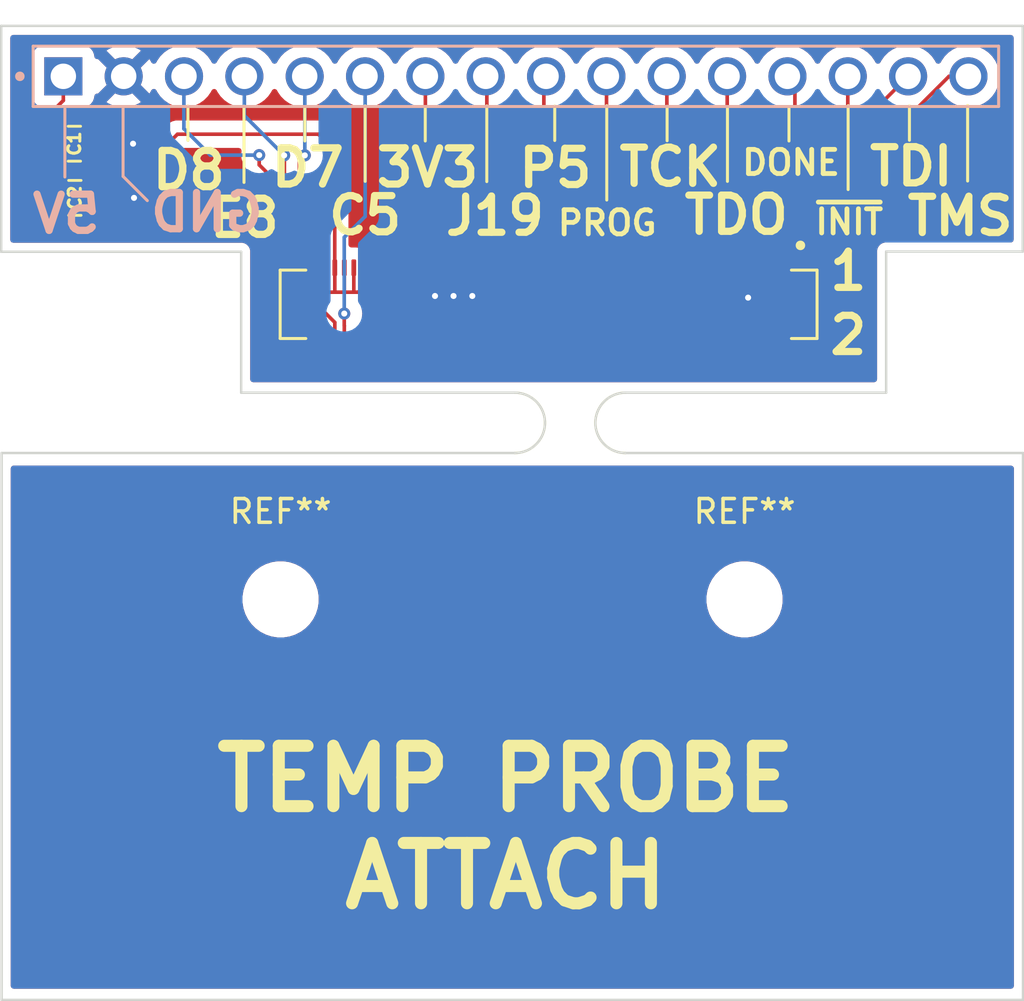
<source format=kicad_pcb>
(kicad_pcb (version 20240108) (generator "pcbnew") (generator_version "8.0")
  (layers (0 "F.Cu" signal) (31 "B.Cu" signal) (34 "B.Paste" user) (35 "F.Paste" user) (36 "B.SilkS" user "B.Silkscreen") (37 "F.SilkS" user "F.Silkscreen") (38 "B.Mask" user) (39 "F.Mask" user) (44 "Edge.Cuts" user))
  (net 0 "")
  (net 46 "GND")
  (net 47 "/5V")
  (net 48 "/JTAG_TDO")
  (net 49 "/IO_B17")
  (net 50 "/IO_C16")
  (net 51 "/ECP5_PRGMN_BTN")
  (net 52 "/IO_B13")
  (net 53 "/IO_B15")
  (net 54 "/IO_B18")
  (net 55 "/JTAG_TCK")
  (net 56 "/IO_C17")
  (net 57 "/IO_B16")
  (net 58 "/IO_C12")
  (net 61 "/ECP5_INITN")
  (net 64 "/JTAG_TMS")
  (net 69 "/ECP5_DONE")
  (net 74 "/JTAG_TDI")
  (net 75 "/IO_C5")
  (net 76 "/IO_P5")
  (net 77 "/IO_D8")
  (net 78 "/IO_E8")
  (net 79 "/IO_J19")
  (net 80 "/IO_D7")
  (net 81 "/IO_C14")
  (net 82 "/IO_C15")
  (net 83 "/IO_C13")
  (net 84 "/3V3")
  (footprint "MountingHole:MountingHole_2.7mm_M2.5" (layer "F.Cu") (at 136.75 109.62)
    (property "Reference" "REF**" (at 0 -3.7 0) (layer "F.SilkS"))
    (property "Value" "MountingHole_2.7mm_M2.5")
    (pad "" np_thru_hole circle (at 0 0) (size 2.7 2.7) (drill 2.7) (layers "*.Cu" "*.Mask"))
  )
  (footprint "Mousebites.pretty:mouse-bite-2.54mm-slot" (layer "F.Cu") (at 148.94 102.19)
    (property "Reference" "mouse-bite-2.54mm-slot" (hide yes))
    (property "Value" "VAL**" (hide yes))
    (fp_arc (start -2.33 -1.27) (mid -1.06 0) (end -2.33 1.27) (stroke (width 0.1)) (layer "F.SilkS"))
    (fp_arc (start 2.33 1.27) (mid 1.06 0) (end 2.33 -1.27) (stroke (width 0.1)) (layer "F.SilkS"))
    (pad "" np_thru_hole circle (at -0.8 -1.1) (size 0.5 0.5) (drill 0.5) (layers "*.Cu" "*.Mask"))
    (pad "" np_thru_hole circle (at -0.8 1.1) (size 0.5 0.5) (drill 0.5) (layers "*.Cu" "*.Mask"))
    (pad "" np_thru_hole circle (at 0 -1.1) (size 0.5 0.5) (drill 0.5) (layers "*.Cu" "*.Mask"))
    (pad "" np_thru_hole circle (at 0 1.1) (size 0.5 0.5) (drill 0.5) (layers "*.Cu" "*.Mask"))
    (pad "" np_thru_hole circle (at 0.8 -1.1) (size 0.5 0.5) (drill 0.5) (layers "*.Cu" "*.Mask"))
    (pad "" np_thru_hole circle (at 0.8 1.1) (size 0.5 0.5) (drill 0.5) (layers "*.Cu" "*.Mask"))
  )
  (footprint "Capacitor_SMD:C_0805_2012Metric_Pad1.18x1.45mm_HandSolder" (layer "F.Cu") (at 128.07 90.44)
    (property "Reference" "C1" (at 0 0 90) (layer "F.SilkS") (effects (font (size 0.508 0.508) (thickness 0.127) (bold yes))))
    (property "Value" "47uF")
    (fp_line (start -0.261252 -0.735) (end 0.261252 -0.735) (stroke (width 0.12)) (layer "F.SilkS"))
    (fp_line (start -0.261252 0.735) (end 0.261252 0.735) (stroke (width 0.12)) (layer "F.SilkS"))
    (pad "1" smd roundrect (at -1.0375 0) (size 1.175 1.45) (layers "F.Cu" "F.Paste" "F.Mask") (roundrect_rratio 0.212766) (net 47 "/5V"))
    (pad "2" smd roundrect (at 1.0375 0) (size 1.175 1.45) (layers "F.Cu" "F.Paste" "F.Mask") (roundrect_rratio 0.212766) (net 46 "GND"))
  )
  (footprint "DF40C_100DS_0_4V_51_:HIROSE_DF40C-100DS-0.4V_51_" (layer "F.Cu") (at 148.0325 97.2)
    (property "Reference" "J2" (hide yes))
    (property "Value" "DF40C-100DS-0.4V_51_")
    (fp_line (start -11.3 -1.44) (end -11.3 1.44) (stroke (width 0.127)) (layer "F.SilkS"))
    (fp_line (start -11.3 1.44) (end -10.22 1.44) (stroke (width 0.127)) (layer "F.SilkS"))
    (fp_line (start -10.22 -1.44) (end -11.3 -1.44) (stroke (width 0.127)) (layer "F.SilkS"))
    (fp_line (start 11.3 -1.44) (end 10.22 -1.44) (stroke (width 0.127)) (layer "F.SilkS"))
    (fp_line (start 11.3 -1.44) (end 11.3 1.44) (stroke (width 0.127)) (layer "F.SilkS"))
    (fp_line (start 11.3 1.44) (end 10.22 1.44) (stroke (width 0.127)) (layer "F.SilkS"))
    (fp_circle (center 10.6 -2.48) (end 10.7 -2.48) (stroke (width 0.2)) (fill none) (layer "F.SilkS"))
    (pad "1" smd roundrect (at 9.8 -1.54) (size 0.2 0.7) (layers "F.Cu" "F.Paste" "F.Mask") (net 48 "/JTAG_TDO"))
    (pad "2" smd roundrect (at 9.8 1.54) (size 0.2 0.7) (layers "F.Cu" "F.Paste" "F.Mask") (net 64 "/JTAG_TMS"))
    (pad "3" smd roundrect (at 9.4 -1.54) (size 0.2 0.7) (layers "F.Cu" "F.Paste" "F.Mask") (net 55 "/JTAG_TCK"))
    (pad "4" smd roundrect (at 9.4 1.54) (size 0.2 0.7) (layers "F.Cu" "F.Paste" "F.Mask") (net 74 "/JTAG_TDI"))
    (pad "5" smd roundrect (at 9 -1.54) (size 0.2 0.7) (layers "F.Cu" "F.Paste" "F.Mask") (net 46 "GND"))
    (pad "6" smd roundrect (at 9 1.54) (size 0.2 0.7) (layers "F.Cu" "F.Paste" "F.Mask") (net 61 "/ECP5_INITN"))
    (pad "7" smd roundrect (at 8.6 -1.54) (size 0.2 0.7) (layers "F.Cu" "F.Paste" "F.Mask") (net 51 "/ECP5_PRGMN_BTN"))
    (pad "8" smd roundrect (at 8.6 1.54) (size 0.2 0.7) (layers "F.Cu" "F.Paste" "F.Mask") (net 69 "/ECP5_DONE"))
    (pad "9" smd roundrect (at 8.2 -1.54) (size 0.2 0.7) (layers "F.Cu" "F.Paste" "F.Mask") (net 58 "/IO_C12"))
    (pad "10" smd roundrect (at 8.2 1.54) (size 0.2 0.7) (layers "F.Cu" "F.Paste" "F.Mask"))
    (pad "11" smd roundrect (at 7.8 -1.54) (size 0.2 0.7) (layers "F.Cu" "F.Paste" "F.Mask") (net 83 "/IO_C13"))
    (pad "12" smd roundrect (at 7.8 1.54) (size 0.2 0.7) (layers "F.Cu" "F.Paste" "F.Mask"))
    (pad "13" smd roundrect (at 7.4 -1.54) (size 0.2 0.7) (layers "F.Cu" "F.Paste" "F.Mask") (net 81 "/IO_C14"))
    (pad "14" smd roundrect (at 7.4 1.54) (size 0.2 0.7) (layers "F.Cu" "F.Paste" "F.Mask"))
    (pad "15" smd roundrect (at 7 -1.54) (size 0.2 0.7) (layers "F.Cu" "F.Paste" "F.Mask") (net 82 "/IO_C15"))
    (pad "16" smd roundrect (at 7 1.54) (size 0.2 0.7) (layers "F.Cu" "F.Paste" "F.Mask"))
    (pad "17" smd roundrect (at 6.6 -1.54) (size 0.2 0.7) (layers "F.Cu" "F.Paste" "F.Mask") (net 50 "/IO_C16"))
    (pad "18" smd roundrect (at 6.6 1.54) (size 0.2 0.7) (layers "F.Cu" "F.Paste" "F.Mask"))
    (pad "19" smd roundrect (at 6.2 -1.54) (size 0.2 0.7) (layers "F.Cu" "F.Paste" "F.Mask") (net 56 "/IO_C17"))
    (pad "20" smd roundrect (at 6.2 1.54) (size 0.2 0.7) (layers "F.Cu" "F.Paste" "F.Mask"))
    (pad "21" smd roundrect (at 5.8 -1.54) (size 0.2 0.7) (layers "F.Cu" "F.Paste" "F.Mask") (net 54 "/IO_B18"))
    (pad "22" smd roundrect (at 5.8 1.54) (size 0.2 0.7) (layers "F.Cu" "F.Paste" "F.Mask"))
    (pad "23" smd roundrect (at 5.4 -1.54) (size 0.2 0.7) (layers "F.Cu" "F.Paste" "F.Mask") (net 49 "/IO_B17"))
    (pad "24" smd roundrect (at 5.4 1.54) (size 0.2 0.7) (layers "F.Cu" "F.Paste" "F.Mask"))
    (pad "25" smd roundrect (at 5 -1.54) (size 0.2 0.7) (layers "F.Cu" "F.Paste" "F.Mask") (net 57 "/IO_B16"))
    (pad "26" smd roundrect (at 5 1.54) (size 0.2 0.7) (layers "F.Cu" "F.Paste" "F.Mask"))
    (pad "27" smd roundrect (at 4.6 -1.54) (size 0.2 0.7) (layers "F.Cu" "F.Paste" "F.Mask") (net 53 "/IO_B15"))
    (pad "28" smd roundrect (at 4.6 1.54) (size 0.2 0.7) (layers "F.Cu" "F.Paste" "F.Mask"))
    (pad "29" smd roundrect (at 4.2 -1.54) (size 0.2 0.7) (layers "F.Cu" "F.Paste" "F.Mask") (net 52 "/IO_B13"))
    (pad "30" smd roundrect (at 4.2 1.54) (size 0.2 0.7) (layers "F.Cu" "F.Paste" "F.Mask"))
    (pad "31" smd roundrect (at 3.8 -1.54) (size 0.2 0.7) (layers "F.Cu" "F.Paste" "F.Mask"))
    (pad "32" smd roundrect (at 3.8 1.54) (size 0.2 0.7) (layers "F.Cu" "F.Paste" "F.Mask"))
    (pad "33" smd roundrect (at 3.4 -1.54) (size 0.2 0.7) (layers "F.Cu" "F.Paste" "F.Mask"))
    (pad "34" smd roundrect (at 3.4 1.54) (size 0.2 0.7) (layers "F.Cu" "F.Paste" "F.Mask"))
    (pad "35" smd roundrect (at 3 -1.54) (size 0.2 0.7) (layers "F.Cu" "F.Paste" "F.Mask"))
    (pad "36" smd roundrect (at 3 1.54) (size 0.2 0.7) (layers "F.Cu" "F.Paste" "F.Mask"))
    (pad "37" smd roundrect (at 2.6 -1.54) (size 0.2 0.7) (layers "F.Cu" "F.Paste" "F.Mask"))
    (pad "38" smd roundrect (at 2.6 1.54) (size 0.2 0.7) (layers "F.Cu" "F.Paste" "F.Mask"))
    (pad "39" smd roundrect (at 2.2 -1.54) (size 0.2 0.7) (layers "F.Cu" "F.Paste" "F.Mask"))
    (pad "40" smd roundrect (at 2.2 1.54) (size 0.2 0.7) (layers "F.Cu" "F.Paste" "F.Mask"))
    (pad "41" smd roundrect (at 1.8 -1.54) (size 0.2 0.7) (layers "F.Cu" "F.Paste" "F.Mask"))
    (pad "42" smd roundrect (at 1.8 1.54) (size 0.2 0.7) (layers "F.Cu" "F.Paste" "F.Mask"))
    (pad "43" smd roundrect (at 1.4 -1.54) (size 0.2 0.7) (layers "F.Cu" "F.Paste" "F.Mask"))
    (pad "44" smd roundrect (at 1.4 1.54) (size 0.2 0.7) (layers "F.Cu" "F.Paste" "F.Mask"))
    (pad "45" smd roundrect (at 1 -1.54) (size 0.2 0.7) (layers "F.Cu" "F.Paste" "F.Mask"))
    (pad "46" smd roundrect (at 1 1.54) (size 0.2 0.7) (layers "F.Cu" "F.Paste" "F.Mask"))
    (pad "47" smd roundrect (at 0.6 -1.54) (size 0.2 0.7) (layers "F.Cu" "F.Paste" "F.Mask"))
    (pad "48" smd roundrect (at 0.6 1.54) (size 0.2 0.7) (layers "F.Cu" "F.Paste" "F.Mask"))
    (pad "49" smd roundrect (at 0.2 -1.54) (size 0.2 0.7) (layers "F.Cu" "F.Paste" "F.Mask"))
    (pad "50" smd roundrect (at 0.2 1.54) (size 0.2 0.7) (layers "F.Cu" "F.Paste" "F.Mask"))
    (pad "51" smd roundrect (at -0.2 -1.54) (size 0.2 0.7) (layers "F.Cu" "F.Paste" "F.Mask") (net 76 "/IO_P5"))
    (pad "52" smd roundrect (at -0.2 1.54) (size 0.2 0.7) (layers "F.Cu" "F.Paste" "F.Mask"))
    (pad "53" smd roundrect (at -0.6 -1.54) (size 0.2 0.7) (layers "F.Cu" "F.Paste" "F.Mask"))
    (pad "54" smd roundrect (at -0.6 1.54) (size 0.2 0.7) (layers "F.Cu" "F.Paste" "F.Mask"))
    (pad "55" smd roundrect (at -1 -1.54) (size 0.2 0.7) (layers "F.Cu" "F.Paste" "F.Mask"))
    (pad "56" smd roundrect (at -1 1.54) (size 0.2 0.7) (layers "F.Cu" "F.Paste" "F.Mask"))
    (pad "57" smd roundrect (at -1.4 -1.54) (size 0.2 0.7) (layers "F.Cu" "F.Paste" "F.Mask"))
    (pad "58" smd roundrect (at -1.4 1.54) (size 0.2 0.7) (layers "F.Cu" "F.Paste" "F.Mask"))
    (pad "59" smd roundrect (at -1.8 -1.54) (size 0.2 0.7) (layers "F.Cu" "F.Paste" "F.Mask"))
    (pad "60" smd roundrect (at -1.8 1.54) (size 0.2 0.7) (layers "F.Cu" "F.Paste" "F.Mask"))
    (pad "61" smd roundrect (at -2.2 -1.54) (size 0.2 0.7) (layers "F.Cu" "F.Paste" "F.Mask"))
    (pad "62" smd roundrect (at -2.2 1.54) (size 0.2 0.7) (layers "F.Cu" "F.Paste" "F.Mask"))
    (pad "63" smd roundrect (at -2.6 -1.54) (size 0.2 0.7) (layers "F.Cu" "F.Paste" "F.Mask") (net 79 "/IO_J19"))
    (pad "64" smd roundrect (at -2.6 1.54) (size 0.2 0.7) (layers "F.Cu" "F.Paste" "F.Mask"))
    (pad "65" smd roundrect (at -3 -1.54) (size 0.2 0.7) (layers "F.Cu" "F.Paste" "F.Mask") (net 46 "GND"))
    (pad "66" smd roundrect (at -3 1.54) (size 0.2 0.7) (layers "F.Cu" "F.Paste" "F.Mask"))
    (pad "67" smd roundrect (at -3.4 -1.54) (size 0.2 0.7) (layers "F.Cu" "F.Paste" "F.Mask") (net 46 "GND"))
    (pad "68" smd roundrect (at -3.4 1.54) (size 0.2 0.7) (layers "F.Cu" "F.Paste" "F.Mask"))
    (pad "69" smd roundrect (at -3.8 -1.54) (size 0.2 0.7) (layers "F.Cu" "F.Paste" "F.Mask") (net 46 "GND"))
    (pad "70" smd roundrect (at -3.8 1.54) (size 0.2 0.7) (layers "F.Cu" "F.Paste" "F.Mask"))
    (pad "71" smd roundrect (at -4.2 -1.54) (size 0.2 0.7) (layers "F.Cu" "F.Paste" "F.Mask") (net 46 "GND"))
    (pad "72" smd roundrect (at -4.2 1.54) (size 0.2 0.7) (layers "F.Cu" "F.Paste" "F.Mask"))
    (pad "73" smd roundrect (at -4.6 -1.54) (size 0.2 0.7) (layers "F.Cu" "F.Paste" "F.Mask") (net 46 "GND"))
    (pad "74" smd roundrect (at -4.6 1.54) (size 0.2 0.7) (layers "F.Cu" "F.Paste" "F.Mask"))
    (pad "75" smd roundrect (at -5 -1.54) (size 0.2 0.7) (layers "F.Cu" "F.Paste" "F.Mask") (net 46 "GND"))
    (pad "76" smd roundrect (at -5 1.54) (size 0.2 0.7) (layers "F.Cu" "F.Paste" "F.Mask"))
    (pad "77" smd roundrect (at -5.4 -1.54) (size 0.2 0.7) (layers "F.Cu" "F.Paste" "F.Mask") (net 84 "/3V3"))
    (pad "78" smd roundrect (at -5.4 1.54) (size 0.2 0.7) (layers "F.Cu" "F.Paste" "F.Mask"))
    (pad "79" smd roundrect (at -5.8 -1.54) (size 0.2 0.7) (layers "F.Cu" "F.Paste" "F.Mask") (net 84 "/3V3"))
    (pad "80" smd roundrect (at -5.8 1.54) (size 0.2 0.7) (layers "F.Cu" "F.Paste" "F.Mask"))
    (pad "81" smd roundrect (at -6.2 -1.54) (size 0.2 0.7) (layers "F.Cu" "F.Paste" "F.Mask") (net 84 "/3V3"))
    (pad "82" smd roundrect (at -6.2 1.54) (size 0.2 0.7) (layers "F.Cu" "F.Paste" "F.Mask"))
    (pad "83" smd roundrect (at -6.6 -1.54) (size 0.2 0.7) (layers "F.Cu" "F.Paste" "F.Mask") (net 84 "/3V3"))
    (pad "84" smd roundrect (at -6.6 1.54) (size 0.2 0.7) (layers "F.Cu" "F.Paste" "F.Mask"))
    (pad "85" smd roundrect (at -7 -1.54) (size 0.2 0.7) (layers "F.Cu" "F.Paste" "F.Mask") (net 84 "/3V3"))
    (pad "86" smd roundrect (at -7 1.54) (size 0.2 0.7) (layers "F.Cu" "F.Paste" "F.Mask"))
    (pad "87" smd roundrect (at -7.4 -1.54) (size 0.2 0.7) (layers "F.Cu" "F.Paste" "F.Mask") (net 84 "/3V3"))
    (pad "88" smd roundrect (at -7.4 1.54) (size 0.2 0.7) (layers "F.Cu" "F.Paste" "F.Mask"))
    (pad "89" smd roundrect (at -7.8 -1.54) (size 0.2 0.7) (layers "F.Cu" "F.Paste" "F.Mask") (net 47 "/5V"))
    (pad "90" smd roundrect (at -7.8 1.54) (size 0.2 0.7) (layers "F.Cu" "F.Paste" "F.Mask"))
    (pad "91" smd roundrect (at -8.2 -1.54) (size 0.2 0.7) (layers "F.Cu" "F.Paste" "F.Mask") (net 47 "/5V"))
    (pad "92" smd roundrect (at -8.2 1.54) (size 0.2 0.7) (layers "F.Cu" "F.Paste" "F.Mask"))
    (pad "93" smd roundrect (at -8.6 -1.54) (size 0.2 0.7) (layers "F.Cu" "F.Paste" "F.Mask") (net 47 "/5V"))
    (pad "94" smd roundrect (at -8.6 1.54) (size 0.2 0.7) (layers "F.Cu" "F.Paste" "F.Mask") (net 75 "/IO_C5"))
    (pad "95" smd roundrect (at -9 -1.54) (size 0.2 0.7) (layers "F.Cu" "F.Paste" "F.Mask") (net 47 "/5V"))
    (pad "96" smd roundrect (at -9 1.54) (size 0.2 0.7) (layers "F.Cu" "F.Paste" "F.Mask") (net 80 "/IO_D7"))
    (pad "97" smd roundrect (at -9.4 -1.54) (size 0.2 0.7) (layers "F.Cu" "F.Paste" "F.Mask") (net 47 "/5V"))
    (pad "98" smd roundrect (at -9.4 1.54) (size 0.2 0.7) (layers "F.Cu" "F.Paste" "F.Mask") (net 78 "/IO_E8"))
    (pad "99" smd roundrect (at -9.8 -1.54) (size 0.2 0.7) (layers "F.Cu" "F.Paste" "F.Mask") (net 47 "/5V"))
    (pad "100" smd roundrect (at -9.8 1.54) (size 0.2 0.7) (layers "F.Cu" "F.Paste" "F.Mask") (net 77 "/IO_D8"))
  )
  (footprint "MountingHole:MountingHole_2.7mm_M2.5" (layer "F.Cu") (at 156.28 109.62)
    (property "Reference" "REF**" (at 0 -3.7 0) (layer "F.SilkS"))
    (property "Value" "MountingHole_2.7mm_M2.5")
    (pad "" np_thru_hole circle (at 0 0) (size 2.7 2.7) (drill 2.7) (layers "*.Cu" "*.Mask"))
  )
  (footprint "Capacitor_SMD:C_0805_2012Metric_Pad1.18x1.45mm_HandSolder" (layer "F.Cu") (at 128.09 92.72)
    (property "Reference" "C2" (at 0 0 90) (layer "F.SilkS") (effects (font (size 0.508 0.508) (thickness 0.127) (bold yes))))
    (property "Value" "0.1uF")
    (fp_line (start -0.261252 -0.735) (end 0.261252 -0.735) (stroke (width 0.12)) (layer "F.SilkS"))
    (fp_line (start -0.261252 0.735) (end 0.261252 0.735) (stroke (width 0.12)) (layer "F.SilkS"))
    (pad "1" smd roundrect (at -1.0375 0) (size 1.175 1.45) (layers "F.Cu" "F.Paste" "F.Mask") (roundrect_rratio 0.212766) (net 47 "/5V"))
    (pad "2" smd roundrect (at 1.0375 0) (size 1.175 1.45) (layers "F.Cu" "F.Paste" "F.Mask") (roundrect_rratio 0.212766) (net 46 "GND"))
  )
  (footprint "M20_9991645:HARWIN_M20-9991645" (layer "B.Cu") (at 146.655 87.604)
    (property "Reference" "J1" (hide yes))
    (property "Value" "M20-9991645")
    (fp_line (start -20.32 -1.27) (end 20.32 -1.27) (stroke (width 0.127)) (layer "B.SilkS"))
    (fp_line (start -20.32 1.27) (end -20.32 -1.27) (stroke (width 0.127)) (layer "B.SilkS"))
    (fp_line (start 20.32 -1.27) (end 20.32 1.27) (stroke (width 0.127)) (layer "B.SilkS"))
    (fp_line (start 20.32 1.27) (end -20.32 1.27) (stroke (width 0.127)) (layer "B.SilkS"))
    (fp_circle (center -20.88 0) (end -20.78 0) (stroke (width 0.2)) (fill none) (layer "B.SilkS"))
    (pad "1" thru_hole rect (at -19.05 0) (size 1.605 1.605) (drill 1.07) (layers "*.Cu" "*.Mask") (net 47 "/5V"))
    (pad "2" thru_hole circle (at -16.51 0) (size 1.605 1.605) (drill 1.07) (layers "*.Cu" "*.Mask") (net 46 "GND"))
    (pad "3" thru_hole circle (at -13.97 0) (size 1.605 1.605) (drill 1.07) (layers "*.Cu" "*.Mask") (net 77 "/IO_D8"))
    (pad "4" thru_hole circle (at -11.43 0) (size 1.605 1.605) (drill 1.07) (layers "*.Cu" "*.Mask") (net 78 "/IO_E8"))
    (pad "5" thru_hole circle (at -8.89 0) (size 1.605 1.605) (drill 1.07) (layers "*.Cu" "*.Mask") (net 80 "/IO_D7"))
    (pad "6" thru_hole circle (at -6.35 0) (size 1.605 1.605) (drill 1.07) (layers "*.Cu" "*.Mask") (net 75 "/IO_C5"))
    (pad "7" thru_hole circle (at -3.81 0) (size 1.605 1.605) (drill 1.07) (layers "*.Cu" "*.Mask") (net 84 "/3V3"))
    (pad "8" thru_hole circle (at -1.27 0) (size 1.605 1.605) (drill 1.07) (layers "*.Cu" "*.Mask") (net 79 "/IO_J19"))
    (pad "9" thru_hole circle (at 1.27 0) (size 1.605 1.605) (drill 1.07) (layers "*.Cu" "*.Mask") (net 76 "/IO_P5"))
    (pad "10" thru_hole circle (at 3.81 0) (size 1.605 1.605) (drill 1.07) (layers "*.Cu" "*.Mask") (net 51 "/ECP5_PRGMN_BTN"))
    (pad "11" thru_hole circle (at 6.35 0) (size 1.605 1.605) (drill 1.07) (layers "*.Cu" "*.Mask") (net 55 "/JTAG_TCK"))
    (pad "12" thru_hole circle (at 8.89 0) (size 1.605 1.605) (drill 1.07) (layers "*.Cu" "*.Mask") (net 48 "/JTAG_TDO"))
    (pad "13" thru_hole circle (at 11.43 0) (size 1.605 1.605) (drill 1.07) (layers "*.Cu" "*.Mask") (net 69 "/ECP5_DONE"))
    (pad "14" thru_hole circle (at 13.97 0) (size 1.605 1.605) (drill 1.07) (layers "*.Cu" "*.Mask") (net 61 "/ECP5_INITN"))
    (pad "15" thru_hole circle (at 16.51 0) (size 1.605 1.605) (drill 1.07) (layers "*.Cu" "*.Mask") (net 74 "/JTAG_TDI"))
    (pad "16" thru_hole circle (at 19.05 0) (size 1.605 1.605) (drill 1.07) (layers "*.Cu" "*.Mask") (net 64 "/JTAG_TMS"))
  )
  (gr_line (start 130.12 91.815) (end 131.14 92.835) (stroke (width 0.127)) (layer "B.SilkS"))
  (gr_line (start 130.12 88.95) (end 130.12 91.815) (stroke (width 0.127)) (layer "B.SilkS"))
  (gr_line (start 127.67 88.975) (end 127.67 91.84) (stroke (width 0.127)) (layer "B.SilkS"))
  (gr_line (start 165.67 92.01) (end 165.67 88.83) (stroke (width 0.127)) (layer "F.SilkS"))
  (gr_line (start 145.43 92.035) (end 145.43 88.85) (stroke (width 0.127)) (layer "F.SilkS"))
  (gr_line (start 155.56 92.025) (end 155.56 88.89) (stroke (width 0.127)) (layer "F.SilkS"))
  (gr_line (start 132.85 90.3) (end 132.85 88.85) (stroke (width 0.127)) (layer "F.SilkS"))
  (gr_line (start 163.22 90.295) (end 163.22 88.845) (stroke (width 0.127)) (layer "F.SilkS"))
  (gr_line (start 150.48 92.81) (end 150.48 88.84) (stroke (width 0.127)) (layer "F.SilkS"))
  (gr_line (start 158.15 90.325) (end 158.15 88.875) (stroke (width 0.127)) (layer "F.SilkS"))
  (gr_line (start 142.84 90.325) (end 142.84 88.875) (stroke (width 0.127)) (layer "F.SilkS"))
  (gr_line (start 160.64 92.37) (end 160.64 88.84) (stroke (width 0.127)) (layer "F.SilkS"))
  (gr_line (start 153.02 90.315) (end 153.02 88.865) (stroke (width 0.127)) (layer "F.SilkS"))
  (gr_line (start 135.21 92.07) (end 135.21 88.86) (stroke (width 0.127)) (layer "F.SilkS"))
  (gr_line (start 148.29 90.305) (end 148.29 88.855) (stroke (width 0.127)) (layer "F.SilkS"))
  (gr_line (start 137.77 90.325) (end 137.77 88.875) (stroke (width 0.127)) (layer "F.SilkS"))
  (gr_line (start 140.31 92.025) (end 140.31 88.85) (stroke (width 0.127)) (layer "F.SilkS"))
  (gr_line (start 124.99 85.48) (end 167.99 85.48) (stroke (width 0.1016)) (layer "Edge.Cuts"))
  (gr_line (start 162.24 94.98) (end 167.99 94.98) (stroke (width 0.1016)) (layer "Edge.Cuts"))
  (gr_line (start 167.99 94.98) (end 167.99 85.48) (stroke (width 0.1016)) (layer "Edge.Cuts"))
  (gr_line (start 168 103.46) (end 151.27 103.46) (stroke (width 0.1016)) (layer "Edge.Cuts"))
  (gr_line (start 168 126.48) (end 125.01 126.48) (stroke (width 0.1016)) (layer "Edge.Cuts"))
  (gr_arc (start 151.27 103.46) (mid 150 102.19) (end 151.27 100.92) (stroke (width 0.1016)) (layer "Edge.Cuts"))
  (gr_line (start 125.01 126.48) (end 125.01 103.46) (stroke (width 0.1016)) (layer "Edge.Cuts"))
  (gr_arc (start 146.61 100.92) (mid 147.88 102.19) (end 146.61 103.46) (stroke (width 0.1016)) (layer "Edge.Cuts"))
  (gr_line (start 146.61 103.46) (end 125.01 103.46) (stroke (width 0.1016)) (layer "Edge.Cuts"))
  (gr_line (start 135.09 100.92) (end 135.09 94.99) (stroke (width 0.1016)) (layer "Edge.Cuts"))
  (gr_line (start 162.24 100.92) (end 162.24 94.98) (stroke (width 0.1016)) (layer "Edge.Cuts"))
  (gr_line (start 168 126.48) (end 168 103.46) (stroke (width 0.1016)) (layer "Edge.Cuts"))
  (gr_line (start 162.24 100.92) (end 151.27 100.92) (stroke (width 0.1016)) (layer "Edge.Cuts"))
  (gr_line (start 146.61 100.92) (end 135.09 100.92) (stroke (width 0.1016)) (layer "Edge.Cuts"))
  (gr_line (start 135.09 94.99) (end 124.99 94.99) (stroke (width 0.1016)) (layer "Edge.Cuts"))
  (gr_line (start 124.99 85.48) (end 124.99 94.99) (stroke (width 0.1016)) (layer "Edge.Cuts"))
  (gr_text "GND" (at 136.17 94.22 -0) (layer "B.SilkS") (effects (font (size 1.524 1.524) (thickness 0.3048) (bold yes)) (justify left bottom mirror)))
  (gr_text "5V" (at 129.31 94.29 -0) (layer "B.SilkS") (effects (font (size 1.524 1.524) (thickness 0.3048) (bold yes)) (justify left bottom mirror)))
  (gr_text "D8" (at 131.2 92.45 0) (layer "F.SilkS") (effects (font (size 1.524 1.524) (thickness 0.3048) (bold yes)) (justify left bottom)))
  (gr_text "DONE" (at 156.07 91.83 0) (layer "F.SilkS") (effects (font (size 1.016 1.016) (thickness 0.2032) (bold yes)) (justify left bottom)))
  (gr_text "TCK" (at 150.85 92.31 0) (layer "F.SilkS") (effects (font (size 1.524 1.524) (thickness 0.3048) (bold yes)) (justify left bottom)))
  (gr_text "TDO" (at 153.59 94.33 0) (layer "F.SilkS") (effects (font (size 1.524 1.524) (thickness 0.3048) (bold yes)) (justify left bottom)))
  (gr_text "1" (at 159.72 96.69 0) (layer "F.SilkS") (effects (font (size 1.524 1.524) (thickness 0.3048) (bold yes)) (justify left bottom)))
  (gr_text "TEMP PROBE\nATTACH" (at 146.23 119.22 0) (layer "F.SilkS") (effects (font (size 2.54 2.54) (thickness 0.508) (bold yes))))
  (gr_text "P5" (at 146.63 92.36 0) (layer "F.SilkS") (effects (font (size 1.524 1.524) (thickness 0.3048) (bold yes)) (justify left bottom)))
  (gr_text "~{INIT}" (at 159.15 94.33 0) (layer "F.SilkS") (effects (font (size 1.016 1.016) (thickness 0.2032) (bold yes)) (justify left bottom)))
  (gr_text "TDI" (at 161.39 92.29 0) (layer "F.SilkS") (effects (font (size 1.524 1.524) (thickness 0.3048) (bold yes)) (justify left bottom)))
  (gr_text "C5" (at 138.62 94.35 0) (layer "F.SilkS") (effects (font (size 1.524 1.524) (thickness 0.3048) (bold yes)) (justify left bottom)))
  (gr_text "J19" (at 143.54 94.37 0) (layer "F.SilkS") (effects (font (size 1.524 1.524) (thickness 0.3048) (bold yes)) (justify left bottom)))
  (gr_text "2" (at 159.72 99.39 0) (layer "F.SilkS") (effects (font (size 1.524 1.524) (thickness 0.3048) (bold yes)) (justify left bottom)))
  (gr_text "TMS" (at 162.98 94.38 -0) (layer "F.SilkS") (effects (font (size 1.524 1.524) (thickness 0.3048) (bold yes)) (justify left bottom)))
  (gr_text "3V3" (at 140.63 92.34 0) (layer "F.SilkS") (effects (font (size 1.524 1.524) (thickness 0.3048) (bold yes)) (justify left bottom)))
  (gr_text "E8" (at 133.61 94.46 0) (layer "F.SilkS") (effects (font (size 1.524 1.524) (thickness 0.3048) (bold yes)) (justify left bottom)))
  (gr_text "D7" (at 136.21 92.34 0) (layer "F.SilkS") (effects (font (size 1.524 1.524) (thickness 0.3048) (bold yes)) (justify left bottom)))
  (gr_text "PROG" (at 148.31 94.37 0) (layer "F.SilkS") (effects (font (size 1.016 1.016) (thickness 0.2032) (bold yes)) (justify left bottom)))
  (segment (start 145.0325 96.6375) (end 144.82 96.85) (width 0.1524) (layer "F.Cu") (net 46))
  (segment (start 145.0325 95.66) (end 145.0325 96.6375) (width 0.1524) (layer "F.Cu") (net 46))
  (segment (start 143.8325 96.6525) (end 143.8325 95.66) (width 0.1524) (layer "F.Cu") (net 46))
  (segment (start 157.0325 96.3175) (end 157.0325 95.66) (width 0.1524) (layer "F.Cu") (net 46))
  (segment (start 143.25 96.85) (end 143.4325 96.6675) (width 0.1524) (layer "F.Cu") (net 46))
  (segment (start 156.43 96.92) (end 157.0325 96.3175) (width 0.1524) (layer "F.Cu") (net 46))
  (segment (start 144.23 95.6625) (end 144.2325 95.66) (width 0.1524) (layer "F.Cu") (net 46))
  (segment (start 144.03 96.85) (end 143.8325 96.6525) (width 0.1524) (layer "F.Cu") (net 46))
  (segment (start 144.03 96.85) (end 144.23 96.65) (width 0.1524) (layer "F.Cu") (net 46))
  (segment (start 143.0325 95.66) (end 143.0325 96.6325) (width 0.1524) (layer "F.Cu") (net 46))
  (segment (start 144.23 96.65) (end 144.23 95.6625) (width 0.1524) (layer "F.Cu") (net 46))
  (segment (start 143.0325 96.6325) (end 143.25 96.85) (width 0.1524) (layer "F.Cu") (net 46))
  (segment (start 144.6325 96.6625) (end 144.82 96.85) (width 0.1524) (layer "F.Cu") (net 46))
  (segment (start 143.4325 96.6675) (end 143.4325 95.66) (width 0.1524) (layer "F.Cu") (net 46))
  (segment (start 144.6325 95.66) (end 144.6325 96.6625) (width 0.1524) (layer "F.Cu") (net 46))
  (via (at 144.03 96.85) (size 0.508) (drill 0.254) (layers "F.Cu" "B.Cu") (net 46))
  (via (at 130.58 92.72) (size 0.508) (drill 0.254) (layers "F.Cu" "B.Cu") (net 46))
  (via (at 156.43 96.92) (size 0.508) (drill 0.254) (layers "F.Cu" "B.Cu") (net 46))
  (via (at 143.25 96.85) (size 0.508) (drill 0.254) (layers "F.Cu" "B.Cu") (net 46))
  (via (at 130.54 90.44) (size 0.508) (drill 0.254) (layers "F.Cu" "B.Cu") (net 46))
  (via (at 144.82 96.85) (size 0.508) (drill 0.254) (layers "F.Cu" "B.Cu") (net 46))
  (segment (start 138.39 96.69) (end 138.64 96.69) (width 0.1524) (layer "F.Cu") (net 47))
  (segment (start 139.4325 96.6875) (end 139.43 96.69) (width 0.1524) (layer "F.Cu") (net 47))
  (segment (start 127.605 88.62) (end 127.605 87.604) (width 0.1524) (layer "F.Cu") (net 47))
  (segment (start 138.6325 96.6825) (end 138.64 96.69) (width 0.1524) (layer "F.Cu") (net 47))
  (segment (start 130.86 91.59) (end 128.1825 91.59) (width 0.1524) (layer "F.Cu") (net 47))
  (segment (start 139.43 96.69) (end 139.83 96.69) (width 0.1524) (layer "F.Cu") (net 47))
  (segment (start 139.03 90.73) (end 138.34 90.04) (width 0.1524) (layer "F.Cu") (net 47))
  (segment (start 138.34 90.04) (end 132.41 90.04) (width 0.1524) (layer "F.Cu") (net 47))
  (segment (start 128.1825 91.59) (end 127.0525 92.72) (width 0.1524) (layer "F.Cu") (net 47))
  (segment (start 127.0325 89.1925) (end 127.605 88.62) (width 0.1524) (layer "F.Cu") (net 47))
  (segment (start 132.41 90.04) (end 130.86 91.59) (width 0.1524) (layer "F.Cu") (net 47))
  (segment (start 128.1825 91.5825) (end 127.04 90.44) (width 0.1524) (layer "F.Cu") (net 47))
  (segment (start 140.02 96.69) (end 140.2325 96.4775) (width 0.1524) (layer "F.Cu") (net 47))
  (segment (start 139.0325 95.66) (end 139.0325 96.6775) (width 0.1524) (layer "F.Cu") (net 47))
  (segment (start 139.4325 95.66) (end 139.4325 96.6875) (width 0.1524) (layer "F.Cu") (net 47))
  (segment (start 138.64 96.69) (end 139.02 96.69) (width 0.1524) (layer "F.Cu") (net 47))
  (segment (start 139.0325 96.6775) (end 139.02 96.69) (width 0.1524) (layer "F.Cu") (net 47))
  (segment (start 139.8325 95.66) (end 139.8325 96.6875) (width 0.1524) (layer "F.Cu") (net 47))
  (segment (start 127.0325 90.44) (end 127.0325 89.1925) (width 0.1524) (layer "F.Cu") (net 47))
  (segment (start 138.2325 96.5325) (end 138.39 96.69) (width 0.1524) (layer "F.Cu") (net 47))
  (segment (start 139.8325 96.6875) (end 139.83 96.69) (width 0.1524) (layer "F.Cu") (net 47))
  (segment (start 138.2325 95.66) (end 138.2325 96.5325) (width 0.1524) (layer "F.Cu") (net 47))
  (segment (start 139.03 95.6575) (end 139.03 90.73) (width 0.1524) (layer "F.Cu") (net 47))
  (segment (start 140.2325 96.4775) (end 140.2325 95.66) (width 0.1524) (layer "F.Cu") (net 47))
  (segment (start 138.6325 95.66) (end 138.6325 96.6825) (width 0.1524) (layer "F.Cu") (net 47))
  (segment (start 139.0325 95.66) (end 139.03 95.6575) (width 0.1524) (layer "F.Cu") (net 47))
  (segment (start 139.83 96.69) (end 140.02 96.69) (width 0.1524) (layer "F.Cu") (net 47))
  (segment (start 127.04 90.44) (end 127.0325 90.44) (width 0.1524) (layer "F.Cu") (net 47))
  (segment (start 128.1825 91.59) (end 128.1825 91.5825) (width 0.1524) (layer "F.Cu") (net 47))
  (segment (start 139.02 96.69) (end 139.43 96.69) (width 0.1524) (layer "F.Cu") (net 47))
  (segment (start 155.91 93.82) (end 155.55 93.46) (width 0.1524) (layer "F.Cu") (net 48))
  (segment (start 157.8325 94.9725) (end 156.68 93.82) (width 0.1524) (layer "F.Cu") (net 48))
  (segment (start 155.55 87.609) (end 155.545 87.604) (width 0.1524) (layer "F.Cu") (net 48))
  (segment (start 156.68 93.82) (end 155.91 93.82) (width 0.1524) (layer "F.Cu") (net 48))
  (segment (start 155.55 93.46) (end 155.55 87.609) (width 0.1524) (layer "F.Cu") (net 48))
  (segment (start 157.8325 95.66) (end 157.8325 94.9725) (width 0.1524) (layer "F.Cu") (net 48))
  (segment (start 150.47 87.609) (end 150.465 87.604) (width 0.1524) (layer "F.Cu") (net 51))
  (segment (start 156.6325 95.1528) (end 156.0397 94.56) (width 0.1524) (layer "F.Cu") (net 51))
  (segment (start 150.47 94) (end 150.47 87.609) (width 0.1524) (layer "F.Cu") (net 51))
  (segment (start 156.6325 95.66) (end 156.6325 95.1528) (width 0.1524) (layer "F.Cu") (net 51))
  (segment (start 151.03 94.56) (end 150.47 94) (width 0.1524) (layer "F.Cu") (net 51))
  (segment (start 156.0397 94.56) (end 151.03 94.56) (width 0.1524) (layer "F.Cu") (net 51))
  (segment (start 157.4325 95.1528) (end 156.4845 94.2048) (width 0.1524) (layer "F.Cu") (net 55))
  (segment (start 153.6348 94.2048) (end 153.01 93.58) (width 0.1524) (layer "F.Cu") (net 55))
  (segment (start 153.01 87.609) (end 153.005 87.604) (width 0.1524) (layer "F.Cu") (net 55))
  (segment (start 157.4325 95.66) (end 157.4325 95.1528) (width 0.1524) (layer "F.Cu") (net 55))
  (segment (start 153.01 93.58) (end 153.01 87.609) (width 0.1524) (layer "F.Cu") (net 55))
  (segment (start 156.4845 94.2048) (end 153.6348 94.2048) (width 0.1524) (layer "F.Cu") (net 55))
  (segment (start 159.15 96.14) (end 159.15 90.79) (width 0.1524) (layer "F.Cu") (net 61))
  (segment (start 160.625 89.315) (end 160.625 87.604) (width 0.1524) (layer "F.Cu") (net 61))
  (segment (start 157.7 97.09) (end 158.2 97.09) (width 0.1524) (layer "F.Cu") (net 61))
  (segment (start 157.0325 98.74) (end 157.0325 97.7575) (width 0.1524) (layer "F.Cu") (net 61))
  (segment (start 158.2 97.09) (end 159.15 96.14) (width 0.1524) (layer "F.Cu") (net 61))
  (segment (start 159.15 90.79) (end 160.625 89.315) (width 0.1524) (layer "F.Cu") (net 61))
  (segment (start 157.0325 97.7575) (end 157.7 97.09) (width 0.1524) (layer "F.Cu") (net 61))
  (segment (start 160.83 95.84) (end 160.83 91.66) (width 0.1524) (layer "F.Cu") (net 64))
  (segment (start 164.886 87.604) (end 165.705 87.604) (width 0.1524) (layer "F.Cu") (net 64))
  (segment (start 160.83 91.66) (end 164.886 87.604) (width 0.1524) (layer "F.Cu") (net 64))
  (segment (start 157.93 98.74) (end 160.83 95.84) (width 0.1524) (layer "F.Cu") (net 64))
  (segment (start 157.8325 98.74) (end 157.93 98.74) (width 0.1524) (layer "F.Cu") (net 64))
  (segment (start 156.6325 97.5275) (end 157.62 96.54) (width 0.1524) (layer "F.Cu") (net 69))
  (segment (start 157.62 96.54) (end 158.09 96.54) (width 0.1524) (layer "F.Cu") (net 69))
  (segment (start 158.09 96.54) (end 158.4 96.23) (width 0.1524) (layer "F.Cu") (net 69))
  (segment (start 158.4 96.23) (end 158.4 87.919) (width 0.1524) (layer "F.Cu") (net 69))
  (segment (start 156.6325 98.74) (end 156.6325 97.5275) (width 0.1524) (layer "F.Cu") (net 69))
  (segment (start 158.4 87.919) (end 158.085 87.604) (width 0.1524) (layer "F.Cu") (net 69))
  (segment (start 157.4325 98.0875) (end 157.93 97.59) (width 0.1524) (layer "F.Cu") (net 74))
  (segment (start 157.93 97.59) (end 158.32 97.59) (width 0.1524) (layer "F.Cu") (net 74))
  (segment (start 158.32 97.59) (end 160.19 95.72) (width 0.1524) (layer "F.Cu") (net 74))
  (segment (start 160.19 95.72) (end 160.19 90.579) (width 0.1524) (layer "F.Cu") (net 74))
  (segment (start 160.19 90.579) (end 163.165 87.604) (width 0.1524) (layer "F.Cu") (net 74))
  (segment (start 157.4325 98.74) (end 157.4325 98.0875) (width 0.1524) (layer "F.Cu") (net 74))
  (segment (start 139.43 98.1) (end 139.4325 98.1025) (width 0.1524) (layer "F.Cu") (net 75))
  (segment (start 139.4325 98.1025) (end 139.4325 98.74) (width 0.1524) (layer "F.Cu") (net 75))
  (segment (start 139.43 97.59) (end 139.43 98.1) (width 0.1524) (layer "F.Cu") (net 75))
  (via (at 139.43 97.59) (size 0.508) (drill 0.254) (layers "F.Cu" "B.Cu") (net 75))
  (segment (start 139.43 94.38) (end 140.31 93.5) (width 0.1524) (layer "B.Cu") (net 75))
  (segment (start 140.31 93.5) (end 140.31 87.609) (width 0.1524) (layer "B.Cu") (net 75))
  (segment (start 140.31 87.609) (end 140.305 87.604) (width 0.1524) (layer "B.Cu") (net 75))
  (segment (start 139.43 97.59) (end 139.43 94.38) (width 0.1524) (layer "B.Cu") (net 75))
  (segment (start 147.8325 87.6965) (end 147.925 87.604) (width 0.1524) (layer "F.Cu") (net 76))
  (segment (start 147.8325 95.66) (end 147.8325 87.6965) (width 0.1524) (layer "F.Cu") (net 76))
  (segment (start 135.85 91.33) (end 136.39 91.87) (width 0.1524) (layer "F.Cu") (net 77))
  (segment (start 136.39 96.8975) (end 138.2325 98.74) (width 0.1524) (layer "F.Cu") (net 77))
  (segment (start 135.85 90.92) (end 135.85 91.33) (width 0.1524) (layer "F.Cu") (net 77))
  (segment (start 136.39 91.87) (end 136.39 96.8975) (width 0.1524) (layer "F.Cu") (net 77))
  (via (at 135.85 90.92) (size 0.508) (drill 0.254) (layers "F.Cu" "B.Cu") (net 77))
  (segment (start 132.68 89.81) (end 132.68 87.609) (width 0.1524) (layer "B.Cu") (net 77))
  (segment (start 132.68 87.609) (end 132.685 87.604) (width 0.1524) (layer "B.Cu") (net 77))
  (segment (start 135.85 90.92) (end 133.79 90.92) (width 0.1524) (layer "B.Cu") (net 77))
  (segment (start 132.685 87.604) (end 132.69 87.609) (width 0.1524) (layer "B.Cu") (net 77))
  (segment (start 133.79 90.92) (end 132.68 89.81) (width 0.1524) (layer "B.Cu") (net 77))
  (segment (start 136.91 96.51) (end 138.6325 98.2325) (width 0.1524) (layer "F.Cu") (net 78))
  (segment (start 138.6325 98.2325) (end 138.6325 98.74) (width 0.1524) (layer "F.Cu") (net 78))
  (segment (start 136.91 90.94) (end 136.91 96.51) (width 0.1524) (layer "F.Cu") (net 78))
  (segment (start 136.9 90.93) (end 136.91 90.94) (width 0.1524) (layer "F.Cu") (net 78))
  (via (at 136.9 90.93) (size 0.508) (drill 0.254) (layers "F.Cu" "B.Cu") (net 78))
  (segment (start 136.9 90.93) (end 135.225 89.255) (width 0.1524) (layer "B.Cu") (net 78))
  (segment (start 135.225 89.255) (end 135.225 87.604) (width 0.1524) (layer "B.Cu") (net 78))
  (segment (start 145.4325 87.6515) (end 145.385 87.604) (width 0.1524) (layer "F.Cu") (net 79))
  (segment (start 145.4325 95.66) (end 145.4325 87.6515) (width 0.1524) (layer "F.Cu") (net 79))
  (segment (start 137.54 91.16) (end 137.54 96.47) (width 0.1524) (layer "F.Cu") (net 80))
  (segment (start 137.77 90.93) (end 137.54 91.16) (width 0.1524) (layer "F.Cu") (net 80))
  (segment (start 139.0325 97.9625) (end 139.0325 98.74) (width 0.1524) (layer "F.Cu") (net 80))
  (segment (start 137.54 96.47) (end 139.0325 97.9625) (width 0.1524) (layer "F.Cu") (net 80))
  (via (at 137.77 90.93) (size 0.508) (drill 0.254) (layers "F.Cu" "B.Cu") (net 80))
  (segment (start 137.77 87.609) (end 137.765 87.604) (width 0.1524) (layer "B.Cu") (net 80))
  (segment (start 137.77 90.93) (end 137.77 87.609) (width 0.1524) (layer "B.Cu") (net 80))
  (segment (start 141.8325 94.9225) (end 141.83 94.92) (width 0.1524) (layer "F.Cu") (net 84))
  (segment (start 141.8325 95.66) (end 141.8325 94.9225) (width 0.1524) (layer "F.Cu") (net 84))
  (segment (start 142.2325 94.9225) (end 142.23 94.92) (width 0.1524) (layer "F.Cu") (net 84))
  (segment (start 142.5 94.92) (end 142.6325 95.0525) (width 0.1524) (layer "F.Cu") (net 84))
  (segment (start 141.4325 95.66) (end 141.4325 94.9275) (width 0.1524) (layer "F.Cu") (net 84))
  (segment (start 140.6325 95.1375) (end 140.85 94.92) (width 0.1524) (layer "F.Cu") (net 84))
  (segment (start 140.6325 95.66) (end 140.6325 95.1375) (width 0.1524) (layer "F.Cu") (net 84))
  (segment (start 141.4325 94.9275) (end 141.44 94.92) (width 0.1524) (layer "F.Cu") (net 84))
  (segment (start 141.44 94.92) (end 141.83 94.92) (width 0.1524) (layer "F.Cu") (net 84))
  (segment (start 142.6325 95.0525) (end 142.6325 95.66) (width 0.1524) (layer "F.Cu") (net 84))
  (segment (start 142.2325 95.66) (end 142.2325 94.9225) (width 0.1524) (layer "F.Cu") (net 84))
  (segment (start 140.85 94.92) (end 141.04 94.92) (width 0.1524) (layer "F.Cu") (net 84))
  (segment (start 142.23 94.92) (end 142.5 94.92) (width 0.1524) (layer "F.Cu") (net 84))
  (segment (start 141.04 94.92) (end 141.44 94.92) (width 0.1524) (layer "F.Cu") (net 84))
  (segment (start 142.845 94.575) (end 142.845 87.604) (width 0.1524) (layer "F.Cu") (net 84))
  (segment (start 142.5 94.92) (end 142.845 94.575) (width 0.1524) (layer "F.Cu") (net 84))
  (segment (start 141.0325 94.9275) (end 141.04 94.92) (width 0.1524) (layer "F.Cu") (net 84))
  (segment (start 141.0325 95.66) (end 141.0325 94.9275) (width 0.1524) (layer "F.Cu") (net 84))
  (segment (start 141.83 94.92) (end 142.23 94.92) (width 0.1524) (layer "F.Cu") (net 84))
  (zone (net 46) (net_name "GND") (layers "F&B.Cu") (name "GND") (priority 2) (connect_pads (clearance 0.5)) (min_thickness 0.25) (fill yes (thermal_gap 0.5) (thermal_bridge_width 0.5))
    (polygon (pts (xy 125.1 103.99) (xy 125.1 126.010004) (xy 167.98 126.010364) (xy 167.98 103.99)))
  )
  (zone (net 46) (net_name "GND") (layers "F&B.Cu") (name "GND") (priority 2) (connect_pads (clearance 0.5)) (min_thickness 0.25) (fill yes (thermal_gap 0.5) (thermal_bridge_width 0.5))
    (polygon (pts (xy 125.05 85.86) (xy 125.05 95) (xy 135.039439 94.990698) (xy 135.059345 100.48) (xy 162.19 100.48) (xy 162.19 94.995891) (xy 167.93 95.00036) (xy 167.93 85.86)))
  )
)
</source>
